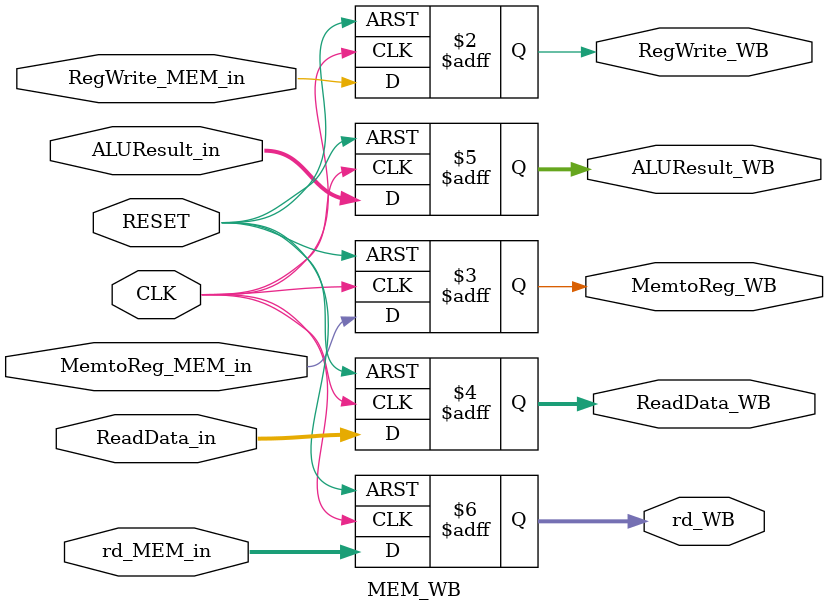
<source format=v>
`timescale 1ns / 1ps

module MEM_WB(
    input CLK,
    input RESET,
    input RegWrite_MEM_in,
    input MemtoReg_MEM_in,
    input [31:0] ReadData_in,
    input [31:0] ALUResult_in,
    input [4:0] rd_MEM_in,
    output reg RegWrite_WB,
    output reg MemtoReg_WB,
    output reg [31:0] ReadData_WB,
    output reg [31:0] ALUResult_WB,
    output reg [4:0] rd_WB
);
    always @(posedge CLK or posedge RESET) begin
        if (RESET) begin
            RegWrite_WB <= 0;
            MemtoReg_WB <= 0;
            ReadData_WB <= 0;
            ALUResult_WB <= 0;
            rd_WB <= 0;
        end else begin
            RegWrite_WB <= RegWrite_MEM_in;
            MemtoReg_WB <= MemtoReg_MEM_in;
            ReadData_WB <= ReadData_in;
            ALUResult_WB <= ALUResult_in;
            rd_WB <= rd_MEM_in;
        end
    end
endmodule


</source>
